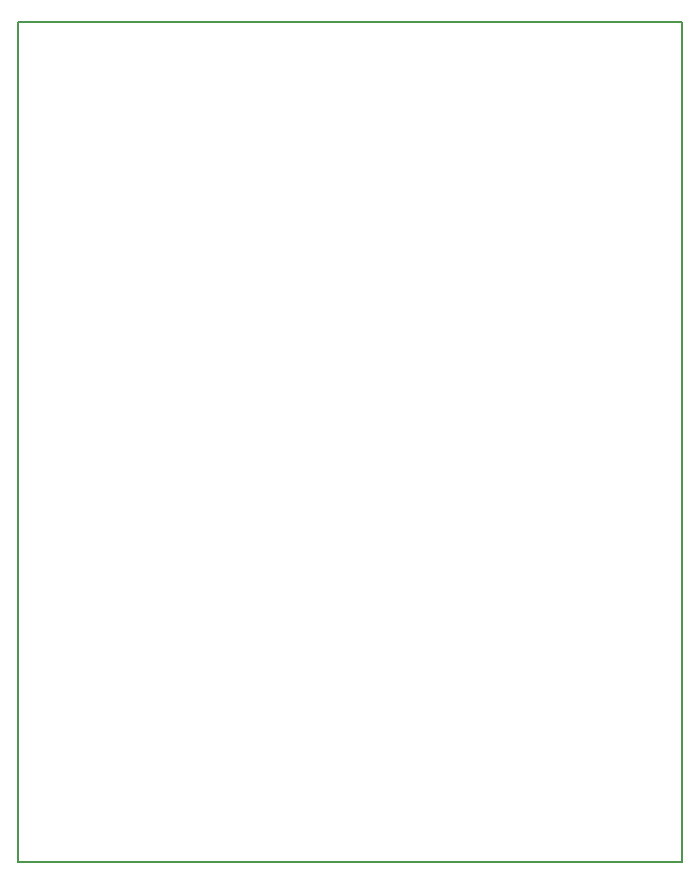
<source format=gbr>
%TF.GenerationSoftware,KiCad,Pcbnew,8.0.4*%
%TF.CreationDate,2024-09-18T19:09:23-07:00*%
%TF.ProjectId,ptpe_pcb,70747065-5f70-4636-922e-6b696361645f,rev?*%
%TF.SameCoordinates,Original*%
%TF.FileFunction,Profile,NP*%
%FSLAX46Y46*%
G04 Gerber Fmt 4.6, Leading zero omitted, Abs format (unit mm)*
G04 Created by KiCad (PCBNEW 8.0.4) date 2024-09-18 19:09:23*
%MOMM*%
%LPD*%
G01*
G04 APERTURE LIST*
%TA.AperFunction,Profile*%
%ADD10C,0.200000*%
%TD*%
G04 APERTURE END LIST*
D10*
X105830000Y-54850000D02*
X162050000Y-54850000D01*
X162050000Y-125950000D01*
X105830000Y-125950000D01*
X105830000Y-54850000D01*
M02*

</source>
